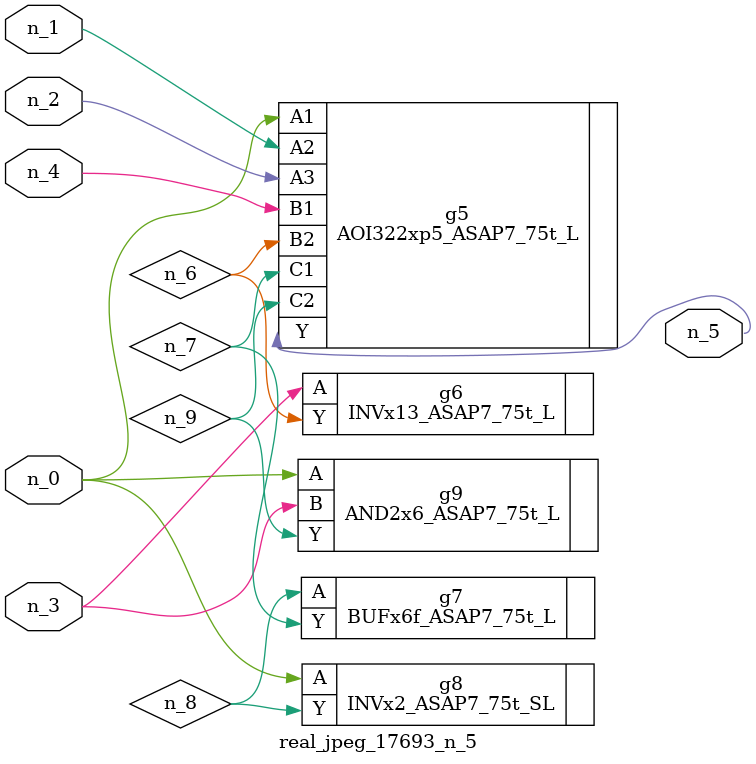
<source format=v>
module real_jpeg_17693_n_5 (n_4, n_0, n_1, n_2, n_3, n_5);

input n_4;
input n_0;
input n_1;
input n_2;
input n_3;

output n_5;

wire n_8;
wire n_6;
wire n_7;
wire n_9;

AOI322xp5_ASAP7_75t_L g5 ( 
.A1(n_0),
.A2(n_1),
.A3(n_2),
.B1(n_4),
.B2(n_6),
.C1(n_7),
.C2(n_9),
.Y(n_5)
);

INVx2_ASAP7_75t_SL g8 ( 
.A(n_0),
.Y(n_8)
);

AND2x6_ASAP7_75t_L g9 ( 
.A(n_0),
.B(n_3),
.Y(n_9)
);

INVx13_ASAP7_75t_L g6 ( 
.A(n_3),
.Y(n_6)
);

BUFx6f_ASAP7_75t_L g7 ( 
.A(n_8),
.Y(n_7)
);


endmodule
</source>
